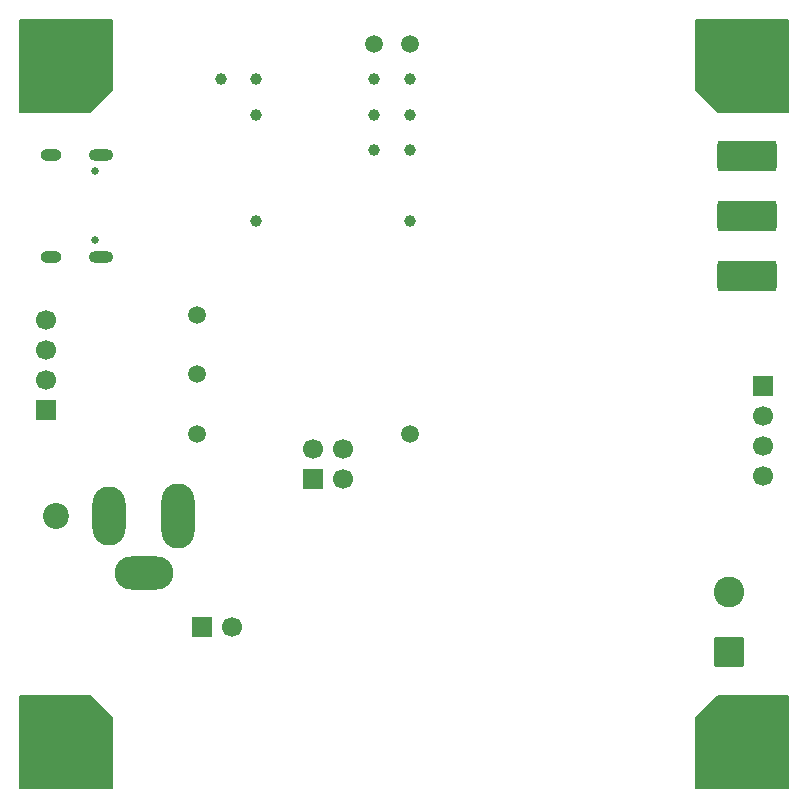
<source format=gbr>
%TF.GenerationSoftware,KiCad,Pcbnew,9.0.6-9.0.6~ubuntu24.04.1*%
%TF.CreationDate,2025-12-14T15:25:01+01:00*%
%TF.ProjectId,MCM-81349,4d434d2d-3831-4333-9439-2e6b69636164,rev?*%
%TF.SameCoordinates,Original*%
%TF.FileFunction,Soldermask,Bot*%
%TF.FilePolarity,Negative*%
%FSLAX46Y46*%
G04 Gerber Fmt 4.6, Leading zero omitted, Abs format (unit mm)*
G04 Created by KiCad (PCBNEW 9.0.6-9.0.6~ubuntu24.04.1) date 2025-12-14 15:25:01*
%MOMM*%
%LPD*%
G01*
G04 APERTURE LIST*
G04 Aperture macros list*
%AMRoundRect*
0 Rectangle with rounded corners*
0 $1 Rounding radius*
0 $2 $3 $4 $5 $6 $7 $8 $9 X,Y pos of 4 corners*
0 Add a 4 corners polygon primitive as box body*
4,1,4,$2,$3,$4,$5,$6,$7,$8,$9,$2,$3,0*
0 Add four circle primitives for the rounded corners*
1,1,$1+$1,$2,$3*
1,1,$1+$1,$4,$5*
1,1,$1+$1,$6,$7*
1,1,$1+$1,$8,$9*
0 Add four rect primitives between the rounded corners*
20,1,$1+$1,$2,$3,$4,$5,0*
20,1,$1+$1,$4,$5,$6,$7,0*
20,1,$1+$1,$6,$7,$8,$9,0*
20,1,$1+$1,$8,$9,$2,$3,0*%
G04 Aperture macros list end*
%ADD10C,0.150000*%
%ADD11R,1.700000X1.700000*%
%ADD12C,1.700000*%
%ADD13RoundRect,0.250000X2.250000X-1.050000X2.250000X1.050000X-2.250000X1.050000X-2.250000X-1.050000X0*%
%ADD14C,0.650000*%
%ADD15O,2.100000X1.000000*%
%ADD16O,1.800000X1.000000*%
%ADD17RoundRect,0.250000X1.050000X-1.050000X1.050000X1.050000X-1.050000X1.050000X-1.050000X-1.050000X0*%
%ADD18C,2.600000*%
%ADD19C,2.200000*%
%ADD20RoundRect,1.400000X-0.000010X1.350000X-0.000010X-1.350000X0.000010X-1.350000X0.000010X1.350000X0*%
%ADD21RoundRect,1.400000X-0.000010X1.100000X-0.000010X-1.100000X0.000010X-1.100000X0.000010X1.100000X0*%
%ADD22RoundRect,1.400000X-1.100000X-0.000010X1.100000X-0.000010X1.100000X0.000010X-1.100000X0.000010X0*%
%ADD23C,1.000000*%
%ADD24C,1.500000*%
G04 APERTURE END LIST*
D10*
X67750000Y-50900000D02*
X65900000Y-52750000D01*
X60000000Y-52750000D01*
X60000000Y-45000000D01*
X67750000Y-45000000D01*
X67750000Y-50900000D01*
G36*
X67750000Y-50900000D02*
G01*
X65900000Y-52750000D01*
X60000000Y-52750000D01*
X60000000Y-45000000D01*
X67750000Y-45000000D01*
X67750000Y-50900000D01*
G37*
X125000000Y-52750000D02*
X119100000Y-52750000D01*
X117250000Y-50900000D01*
X117250000Y-45000000D01*
X125000000Y-45000000D01*
X125000000Y-52750000D01*
G36*
X125000000Y-52750000D02*
G01*
X119100000Y-52750000D01*
X117250000Y-50900000D01*
X117250000Y-45000000D01*
X125000000Y-45000000D01*
X125000000Y-52750000D01*
G37*
X67750000Y-104100000D02*
X67750000Y-110000000D01*
X60000000Y-110000000D01*
X60000000Y-102250000D01*
X65900000Y-102250000D01*
X67750000Y-104100000D01*
G36*
X67750000Y-104100000D02*
G01*
X67750000Y-110000000D01*
X60000000Y-110000000D01*
X60000000Y-102250000D01*
X65900000Y-102250000D01*
X67750000Y-104100000D01*
G37*
X125000000Y-110000000D02*
X117250000Y-110000000D01*
X117250000Y-104100000D01*
X119100000Y-102250000D01*
X125000000Y-102250000D01*
X125000000Y-110000000D01*
G36*
X125000000Y-110000000D02*
G01*
X117250000Y-110000000D01*
X117250000Y-104100000D01*
X119100000Y-102250000D01*
X125000000Y-102250000D01*
X125000000Y-110000000D01*
G37*
D11*
%TO.C,J1*%
X62150000Y-78000000D03*
D12*
X62150000Y-75460000D03*
X62150000Y-72920000D03*
X62150000Y-70380000D03*
%TD*%
D11*
%TO.C,J7*%
X122900000Y-76000000D03*
D12*
X122900000Y-78540000D03*
X122900000Y-81080000D03*
X122900000Y-83620000D03*
%TD*%
D13*
%TO.C,J8*%
X121500000Y-66700000D03*
X121500000Y-61620000D03*
X121500000Y-56540000D03*
%TD*%
D14*
%TO.C,J5*%
X66305000Y-57810000D03*
X66305000Y-63590000D03*
D15*
X66805000Y-56380000D03*
D16*
X62625000Y-56380000D03*
D15*
X66805000Y-65020000D03*
D16*
X62625000Y-65020000D03*
%TD*%
D11*
%TO.C,J2*%
X75425000Y-96400000D03*
D12*
X77965000Y-96400000D03*
%TD*%
D17*
%TO.C,J9*%
X120000000Y-98500000D03*
D18*
X120000000Y-93420000D03*
%TD*%
D11*
%TO.C,J11*%
X84775000Y-83825000D03*
D12*
X84775000Y-81285000D03*
X87315000Y-83825000D03*
X87315000Y-81285000D03*
%TD*%
D19*
%TO.C,J10*%
X63000000Y-87000000D03*
D20*
X73400000Y-87000000D03*
D21*
X67500000Y-87000000D03*
D22*
X70500000Y-91800000D03*
%TD*%
D23*
%TO.C,TP17*%
X93000000Y-62000000D03*
%TD*%
%TO.C,TP11*%
X77000000Y-50000000D03*
%TD*%
%TO.C,TP9*%
X80000000Y-50000000D03*
%TD*%
%TO.C,TP16*%
X90000000Y-50000000D03*
%TD*%
%TO.C,TP14*%
X80000000Y-62000000D03*
%TD*%
%TO.C,TP6*%
X90000000Y-56000000D03*
%TD*%
D24*
%TO.C,TP8*%
X75000000Y-75000000D03*
%TD*%
%TO.C,TP2*%
X90000000Y-47000000D03*
%TD*%
%TO.C,TP10*%
X75000000Y-80000000D03*
%TD*%
%TO.C,TP7*%
X75000000Y-70000000D03*
%TD*%
D23*
%TO.C,TP4*%
X93000000Y-53000000D03*
%TD*%
%TO.C,TP15*%
X93000000Y-50000000D03*
%TD*%
D24*
%TO.C,TP1*%
X93000000Y-47000000D03*
%TD*%
%TO.C,TP13*%
X93000000Y-80000000D03*
%TD*%
D23*
%TO.C,TP3*%
X90000000Y-53000000D03*
%TD*%
%TO.C,TP12*%
X80000000Y-53000000D03*
%TD*%
%TO.C,TP5*%
X93000000Y-56000000D03*
%TD*%
M02*

</source>
